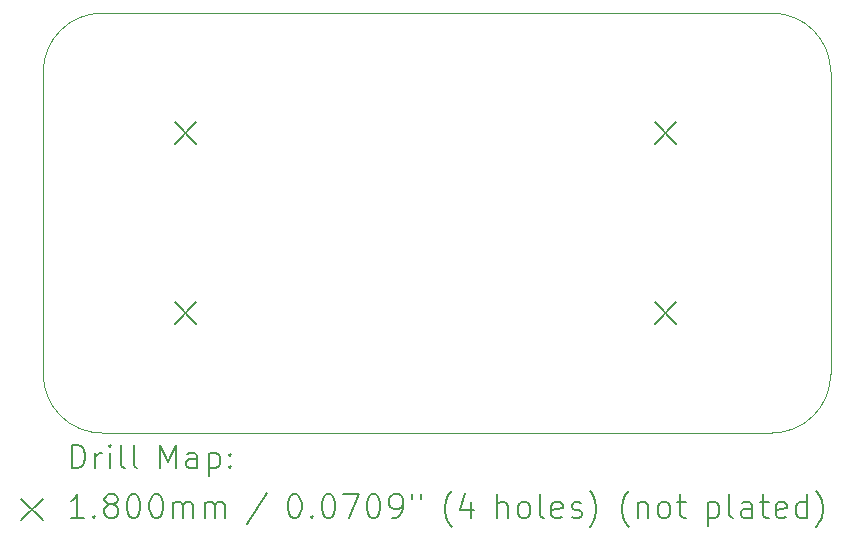
<source format=gbr>
%TF.GenerationSoftware,KiCad,Pcbnew,(7.0.0)*%
%TF.CreationDate,2023-03-08T01:22:31+01:00*%
%TF.ProjectId,booth fendi,626f6f74-6820-4666-956e-64692e6b6963,rev?*%
%TF.SameCoordinates,Original*%
%TF.FileFunction,Drillmap*%
%TF.FilePolarity,Positive*%
%FSLAX45Y45*%
G04 Gerber Fmt 4.5, Leading zero omitted, Abs format (unit mm)*
G04 Created by KiCad (PCBNEW (7.0.0)) date 2023-03-08 01:22:31*
%MOMM*%
%LPD*%
G01*
G04 APERTURE LIST*
%ADD10C,0.100000*%
%ADD11C,0.200000*%
%ADD12C,0.180000*%
G04 APERTURE END LIST*
D10*
X12374500Y-7112000D02*
G75*
G03*
X11874500Y-7612000I0J-500000D01*
G01*
X18542000Y-7612000D02*
X18542000Y-10168000D01*
X18542000Y-7612000D02*
G75*
G03*
X18042000Y-7112000I-500000J0D01*
G01*
X12374500Y-7112000D02*
X18042000Y-7112000D01*
X11874500Y-10168000D02*
G75*
G03*
X12374500Y-10668000I500000J0D01*
G01*
X18042000Y-10668000D02*
X12374500Y-10668000D01*
X18042000Y-10668000D02*
G75*
G03*
X18542000Y-10168000I0J500000D01*
G01*
X11874500Y-10168000D02*
X11874500Y-7612000D01*
D11*
D12*
X12991000Y-8038000D02*
X13171000Y-8218000D01*
X13171000Y-8038000D02*
X12991000Y-8218000D01*
X12991000Y-9562000D02*
X13171000Y-9742000D01*
X13171000Y-9562000D02*
X12991000Y-9742000D01*
X17055000Y-8038000D02*
X17235000Y-8218000D01*
X17235000Y-8038000D02*
X17055000Y-8218000D01*
X17055000Y-9562000D02*
X17235000Y-9742000D01*
X17235000Y-9562000D02*
X17055000Y-9742000D01*
D11*
X12117119Y-10966476D02*
X12117119Y-10766476D01*
X12117119Y-10766476D02*
X12164738Y-10766476D01*
X12164738Y-10766476D02*
X12193309Y-10776000D01*
X12193309Y-10776000D02*
X12212357Y-10795048D01*
X12212357Y-10795048D02*
X12221881Y-10814095D01*
X12221881Y-10814095D02*
X12231405Y-10852190D01*
X12231405Y-10852190D02*
X12231405Y-10880762D01*
X12231405Y-10880762D02*
X12221881Y-10918857D01*
X12221881Y-10918857D02*
X12212357Y-10937905D01*
X12212357Y-10937905D02*
X12193309Y-10956952D01*
X12193309Y-10956952D02*
X12164738Y-10966476D01*
X12164738Y-10966476D02*
X12117119Y-10966476D01*
X12317119Y-10966476D02*
X12317119Y-10833143D01*
X12317119Y-10871238D02*
X12326643Y-10852190D01*
X12326643Y-10852190D02*
X12336167Y-10842667D01*
X12336167Y-10842667D02*
X12355214Y-10833143D01*
X12355214Y-10833143D02*
X12374262Y-10833143D01*
X12440928Y-10966476D02*
X12440928Y-10833143D01*
X12440928Y-10766476D02*
X12431405Y-10776000D01*
X12431405Y-10776000D02*
X12440928Y-10785524D01*
X12440928Y-10785524D02*
X12450452Y-10776000D01*
X12450452Y-10776000D02*
X12440928Y-10766476D01*
X12440928Y-10766476D02*
X12440928Y-10785524D01*
X12564738Y-10966476D02*
X12545690Y-10956952D01*
X12545690Y-10956952D02*
X12536167Y-10937905D01*
X12536167Y-10937905D02*
X12536167Y-10766476D01*
X12669500Y-10966476D02*
X12650452Y-10956952D01*
X12650452Y-10956952D02*
X12640928Y-10937905D01*
X12640928Y-10937905D02*
X12640928Y-10766476D01*
X12865690Y-10966476D02*
X12865690Y-10766476D01*
X12865690Y-10766476D02*
X12932357Y-10909333D01*
X12932357Y-10909333D02*
X12999024Y-10766476D01*
X12999024Y-10766476D02*
X12999024Y-10966476D01*
X13179976Y-10966476D02*
X13179976Y-10861714D01*
X13179976Y-10861714D02*
X13170452Y-10842667D01*
X13170452Y-10842667D02*
X13151405Y-10833143D01*
X13151405Y-10833143D02*
X13113309Y-10833143D01*
X13113309Y-10833143D02*
X13094262Y-10842667D01*
X13179976Y-10956952D02*
X13160928Y-10966476D01*
X13160928Y-10966476D02*
X13113309Y-10966476D01*
X13113309Y-10966476D02*
X13094262Y-10956952D01*
X13094262Y-10956952D02*
X13084738Y-10937905D01*
X13084738Y-10937905D02*
X13084738Y-10918857D01*
X13084738Y-10918857D02*
X13094262Y-10899810D01*
X13094262Y-10899810D02*
X13113309Y-10890286D01*
X13113309Y-10890286D02*
X13160928Y-10890286D01*
X13160928Y-10890286D02*
X13179976Y-10880762D01*
X13275214Y-10833143D02*
X13275214Y-11033143D01*
X13275214Y-10842667D02*
X13294262Y-10833143D01*
X13294262Y-10833143D02*
X13332357Y-10833143D01*
X13332357Y-10833143D02*
X13351405Y-10842667D01*
X13351405Y-10842667D02*
X13360928Y-10852190D01*
X13360928Y-10852190D02*
X13370452Y-10871238D01*
X13370452Y-10871238D02*
X13370452Y-10928381D01*
X13370452Y-10928381D02*
X13360928Y-10947429D01*
X13360928Y-10947429D02*
X13351405Y-10956952D01*
X13351405Y-10956952D02*
X13332357Y-10966476D01*
X13332357Y-10966476D02*
X13294262Y-10966476D01*
X13294262Y-10966476D02*
X13275214Y-10956952D01*
X13456167Y-10947429D02*
X13465690Y-10956952D01*
X13465690Y-10956952D02*
X13456167Y-10966476D01*
X13456167Y-10966476D02*
X13446643Y-10956952D01*
X13446643Y-10956952D02*
X13456167Y-10947429D01*
X13456167Y-10947429D02*
X13456167Y-10966476D01*
X13456167Y-10842667D02*
X13465690Y-10852190D01*
X13465690Y-10852190D02*
X13456167Y-10861714D01*
X13456167Y-10861714D02*
X13446643Y-10852190D01*
X13446643Y-10852190D02*
X13456167Y-10842667D01*
X13456167Y-10842667D02*
X13456167Y-10861714D01*
D12*
X11689500Y-11223000D02*
X11869500Y-11403000D01*
X11869500Y-11223000D02*
X11689500Y-11403000D01*
D11*
X12221881Y-11386476D02*
X12107595Y-11386476D01*
X12164738Y-11386476D02*
X12164738Y-11186476D01*
X12164738Y-11186476D02*
X12145690Y-11215048D01*
X12145690Y-11215048D02*
X12126643Y-11234095D01*
X12126643Y-11234095D02*
X12107595Y-11243619D01*
X12307595Y-11367428D02*
X12317119Y-11376952D01*
X12317119Y-11376952D02*
X12307595Y-11386476D01*
X12307595Y-11386476D02*
X12298071Y-11376952D01*
X12298071Y-11376952D02*
X12307595Y-11367428D01*
X12307595Y-11367428D02*
X12307595Y-11386476D01*
X12431405Y-11272190D02*
X12412357Y-11262667D01*
X12412357Y-11262667D02*
X12402833Y-11253143D01*
X12402833Y-11253143D02*
X12393309Y-11234095D01*
X12393309Y-11234095D02*
X12393309Y-11224571D01*
X12393309Y-11224571D02*
X12402833Y-11205524D01*
X12402833Y-11205524D02*
X12412357Y-11196000D01*
X12412357Y-11196000D02*
X12431405Y-11186476D01*
X12431405Y-11186476D02*
X12469500Y-11186476D01*
X12469500Y-11186476D02*
X12488548Y-11196000D01*
X12488548Y-11196000D02*
X12498071Y-11205524D01*
X12498071Y-11205524D02*
X12507595Y-11224571D01*
X12507595Y-11224571D02*
X12507595Y-11234095D01*
X12507595Y-11234095D02*
X12498071Y-11253143D01*
X12498071Y-11253143D02*
X12488548Y-11262667D01*
X12488548Y-11262667D02*
X12469500Y-11272190D01*
X12469500Y-11272190D02*
X12431405Y-11272190D01*
X12431405Y-11272190D02*
X12412357Y-11281714D01*
X12412357Y-11281714D02*
X12402833Y-11291238D01*
X12402833Y-11291238D02*
X12393309Y-11310286D01*
X12393309Y-11310286D02*
X12393309Y-11348381D01*
X12393309Y-11348381D02*
X12402833Y-11367428D01*
X12402833Y-11367428D02*
X12412357Y-11376952D01*
X12412357Y-11376952D02*
X12431405Y-11386476D01*
X12431405Y-11386476D02*
X12469500Y-11386476D01*
X12469500Y-11386476D02*
X12488548Y-11376952D01*
X12488548Y-11376952D02*
X12498071Y-11367428D01*
X12498071Y-11367428D02*
X12507595Y-11348381D01*
X12507595Y-11348381D02*
X12507595Y-11310286D01*
X12507595Y-11310286D02*
X12498071Y-11291238D01*
X12498071Y-11291238D02*
X12488548Y-11281714D01*
X12488548Y-11281714D02*
X12469500Y-11272190D01*
X12631405Y-11186476D02*
X12650452Y-11186476D01*
X12650452Y-11186476D02*
X12669500Y-11196000D01*
X12669500Y-11196000D02*
X12679024Y-11205524D01*
X12679024Y-11205524D02*
X12688548Y-11224571D01*
X12688548Y-11224571D02*
X12698071Y-11262667D01*
X12698071Y-11262667D02*
X12698071Y-11310286D01*
X12698071Y-11310286D02*
X12688548Y-11348381D01*
X12688548Y-11348381D02*
X12679024Y-11367428D01*
X12679024Y-11367428D02*
X12669500Y-11376952D01*
X12669500Y-11376952D02*
X12650452Y-11386476D01*
X12650452Y-11386476D02*
X12631405Y-11386476D01*
X12631405Y-11386476D02*
X12612357Y-11376952D01*
X12612357Y-11376952D02*
X12602833Y-11367428D01*
X12602833Y-11367428D02*
X12593309Y-11348381D01*
X12593309Y-11348381D02*
X12583786Y-11310286D01*
X12583786Y-11310286D02*
X12583786Y-11262667D01*
X12583786Y-11262667D02*
X12593309Y-11224571D01*
X12593309Y-11224571D02*
X12602833Y-11205524D01*
X12602833Y-11205524D02*
X12612357Y-11196000D01*
X12612357Y-11196000D02*
X12631405Y-11186476D01*
X12821881Y-11186476D02*
X12840929Y-11186476D01*
X12840929Y-11186476D02*
X12859976Y-11196000D01*
X12859976Y-11196000D02*
X12869500Y-11205524D01*
X12869500Y-11205524D02*
X12879024Y-11224571D01*
X12879024Y-11224571D02*
X12888548Y-11262667D01*
X12888548Y-11262667D02*
X12888548Y-11310286D01*
X12888548Y-11310286D02*
X12879024Y-11348381D01*
X12879024Y-11348381D02*
X12869500Y-11367428D01*
X12869500Y-11367428D02*
X12859976Y-11376952D01*
X12859976Y-11376952D02*
X12840929Y-11386476D01*
X12840929Y-11386476D02*
X12821881Y-11386476D01*
X12821881Y-11386476D02*
X12802833Y-11376952D01*
X12802833Y-11376952D02*
X12793309Y-11367428D01*
X12793309Y-11367428D02*
X12783786Y-11348381D01*
X12783786Y-11348381D02*
X12774262Y-11310286D01*
X12774262Y-11310286D02*
X12774262Y-11262667D01*
X12774262Y-11262667D02*
X12783786Y-11224571D01*
X12783786Y-11224571D02*
X12793309Y-11205524D01*
X12793309Y-11205524D02*
X12802833Y-11196000D01*
X12802833Y-11196000D02*
X12821881Y-11186476D01*
X12974262Y-11386476D02*
X12974262Y-11253143D01*
X12974262Y-11272190D02*
X12983786Y-11262667D01*
X12983786Y-11262667D02*
X13002833Y-11253143D01*
X13002833Y-11253143D02*
X13031405Y-11253143D01*
X13031405Y-11253143D02*
X13050452Y-11262667D01*
X13050452Y-11262667D02*
X13059976Y-11281714D01*
X13059976Y-11281714D02*
X13059976Y-11386476D01*
X13059976Y-11281714D02*
X13069500Y-11262667D01*
X13069500Y-11262667D02*
X13088548Y-11253143D01*
X13088548Y-11253143D02*
X13117119Y-11253143D01*
X13117119Y-11253143D02*
X13136167Y-11262667D01*
X13136167Y-11262667D02*
X13145690Y-11281714D01*
X13145690Y-11281714D02*
X13145690Y-11386476D01*
X13240929Y-11386476D02*
X13240929Y-11253143D01*
X13240929Y-11272190D02*
X13250452Y-11262667D01*
X13250452Y-11262667D02*
X13269500Y-11253143D01*
X13269500Y-11253143D02*
X13298071Y-11253143D01*
X13298071Y-11253143D02*
X13317119Y-11262667D01*
X13317119Y-11262667D02*
X13326643Y-11281714D01*
X13326643Y-11281714D02*
X13326643Y-11386476D01*
X13326643Y-11281714D02*
X13336167Y-11262667D01*
X13336167Y-11262667D02*
X13355214Y-11253143D01*
X13355214Y-11253143D02*
X13383786Y-11253143D01*
X13383786Y-11253143D02*
X13402833Y-11262667D01*
X13402833Y-11262667D02*
X13412357Y-11281714D01*
X13412357Y-11281714D02*
X13412357Y-11386476D01*
X13770452Y-11176952D02*
X13599024Y-11434095D01*
X13995214Y-11186476D02*
X14014262Y-11186476D01*
X14014262Y-11186476D02*
X14033310Y-11196000D01*
X14033310Y-11196000D02*
X14042833Y-11205524D01*
X14042833Y-11205524D02*
X14052357Y-11224571D01*
X14052357Y-11224571D02*
X14061881Y-11262667D01*
X14061881Y-11262667D02*
X14061881Y-11310286D01*
X14061881Y-11310286D02*
X14052357Y-11348381D01*
X14052357Y-11348381D02*
X14042833Y-11367428D01*
X14042833Y-11367428D02*
X14033310Y-11376952D01*
X14033310Y-11376952D02*
X14014262Y-11386476D01*
X14014262Y-11386476D02*
X13995214Y-11386476D01*
X13995214Y-11386476D02*
X13976167Y-11376952D01*
X13976167Y-11376952D02*
X13966643Y-11367428D01*
X13966643Y-11367428D02*
X13957119Y-11348381D01*
X13957119Y-11348381D02*
X13947595Y-11310286D01*
X13947595Y-11310286D02*
X13947595Y-11262667D01*
X13947595Y-11262667D02*
X13957119Y-11224571D01*
X13957119Y-11224571D02*
X13966643Y-11205524D01*
X13966643Y-11205524D02*
X13976167Y-11196000D01*
X13976167Y-11196000D02*
X13995214Y-11186476D01*
X14147595Y-11367428D02*
X14157119Y-11376952D01*
X14157119Y-11376952D02*
X14147595Y-11386476D01*
X14147595Y-11386476D02*
X14138071Y-11376952D01*
X14138071Y-11376952D02*
X14147595Y-11367428D01*
X14147595Y-11367428D02*
X14147595Y-11386476D01*
X14280929Y-11186476D02*
X14299976Y-11186476D01*
X14299976Y-11186476D02*
X14319024Y-11196000D01*
X14319024Y-11196000D02*
X14328548Y-11205524D01*
X14328548Y-11205524D02*
X14338071Y-11224571D01*
X14338071Y-11224571D02*
X14347595Y-11262667D01*
X14347595Y-11262667D02*
X14347595Y-11310286D01*
X14347595Y-11310286D02*
X14338071Y-11348381D01*
X14338071Y-11348381D02*
X14328548Y-11367428D01*
X14328548Y-11367428D02*
X14319024Y-11376952D01*
X14319024Y-11376952D02*
X14299976Y-11386476D01*
X14299976Y-11386476D02*
X14280929Y-11386476D01*
X14280929Y-11386476D02*
X14261881Y-11376952D01*
X14261881Y-11376952D02*
X14252357Y-11367428D01*
X14252357Y-11367428D02*
X14242833Y-11348381D01*
X14242833Y-11348381D02*
X14233310Y-11310286D01*
X14233310Y-11310286D02*
X14233310Y-11262667D01*
X14233310Y-11262667D02*
X14242833Y-11224571D01*
X14242833Y-11224571D02*
X14252357Y-11205524D01*
X14252357Y-11205524D02*
X14261881Y-11196000D01*
X14261881Y-11196000D02*
X14280929Y-11186476D01*
X14414262Y-11186476D02*
X14547595Y-11186476D01*
X14547595Y-11186476D02*
X14461881Y-11386476D01*
X14661881Y-11186476D02*
X14680929Y-11186476D01*
X14680929Y-11186476D02*
X14699976Y-11196000D01*
X14699976Y-11196000D02*
X14709500Y-11205524D01*
X14709500Y-11205524D02*
X14719024Y-11224571D01*
X14719024Y-11224571D02*
X14728548Y-11262667D01*
X14728548Y-11262667D02*
X14728548Y-11310286D01*
X14728548Y-11310286D02*
X14719024Y-11348381D01*
X14719024Y-11348381D02*
X14709500Y-11367428D01*
X14709500Y-11367428D02*
X14699976Y-11376952D01*
X14699976Y-11376952D02*
X14680929Y-11386476D01*
X14680929Y-11386476D02*
X14661881Y-11386476D01*
X14661881Y-11386476D02*
X14642833Y-11376952D01*
X14642833Y-11376952D02*
X14633310Y-11367428D01*
X14633310Y-11367428D02*
X14623786Y-11348381D01*
X14623786Y-11348381D02*
X14614262Y-11310286D01*
X14614262Y-11310286D02*
X14614262Y-11262667D01*
X14614262Y-11262667D02*
X14623786Y-11224571D01*
X14623786Y-11224571D02*
X14633310Y-11205524D01*
X14633310Y-11205524D02*
X14642833Y-11196000D01*
X14642833Y-11196000D02*
X14661881Y-11186476D01*
X14823786Y-11386476D02*
X14861881Y-11386476D01*
X14861881Y-11386476D02*
X14880929Y-11376952D01*
X14880929Y-11376952D02*
X14890452Y-11367428D01*
X14890452Y-11367428D02*
X14909500Y-11338857D01*
X14909500Y-11338857D02*
X14919024Y-11300762D01*
X14919024Y-11300762D02*
X14919024Y-11224571D01*
X14919024Y-11224571D02*
X14909500Y-11205524D01*
X14909500Y-11205524D02*
X14899976Y-11196000D01*
X14899976Y-11196000D02*
X14880929Y-11186476D01*
X14880929Y-11186476D02*
X14842833Y-11186476D01*
X14842833Y-11186476D02*
X14823786Y-11196000D01*
X14823786Y-11196000D02*
X14814262Y-11205524D01*
X14814262Y-11205524D02*
X14804738Y-11224571D01*
X14804738Y-11224571D02*
X14804738Y-11272190D01*
X14804738Y-11272190D02*
X14814262Y-11291238D01*
X14814262Y-11291238D02*
X14823786Y-11300762D01*
X14823786Y-11300762D02*
X14842833Y-11310286D01*
X14842833Y-11310286D02*
X14880929Y-11310286D01*
X14880929Y-11310286D02*
X14899976Y-11300762D01*
X14899976Y-11300762D02*
X14909500Y-11291238D01*
X14909500Y-11291238D02*
X14919024Y-11272190D01*
X14995214Y-11186476D02*
X14995214Y-11224571D01*
X15071405Y-11186476D02*
X15071405Y-11224571D01*
X15334262Y-11462667D02*
X15324738Y-11453143D01*
X15324738Y-11453143D02*
X15305691Y-11424571D01*
X15305691Y-11424571D02*
X15296167Y-11405524D01*
X15296167Y-11405524D02*
X15286643Y-11376952D01*
X15286643Y-11376952D02*
X15277119Y-11329333D01*
X15277119Y-11329333D02*
X15277119Y-11291238D01*
X15277119Y-11291238D02*
X15286643Y-11243619D01*
X15286643Y-11243619D02*
X15296167Y-11215048D01*
X15296167Y-11215048D02*
X15305691Y-11196000D01*
X15305691Y-11196000D02*
X15324738Y-11167429D01*
X15324738Y-11167429D02*
X15334262Y-11157905D01*
X15496167Y-11253143D02*
X15496167Y-11386476D01*
X15448548Y-11176952D02*
X15400929Y-11319809D01*
X15400929Y-11319809D02*
X15524738Y-11319809D01*
X15720929Y-11386476D02*
X15720929Y-11186476D01*
X15806643Y-11386476D02*
X15806643Y-11281714D01*
X15806643Y-11281714D02*
X15797119Y-11262667D01*
X15797119Y-11262667D02*
X15778072Y-11253143D01*
X15778072Y-11253143D02*
X15749500Y-11253143D01*
X15749500Y-11253143D02*
X15730452Y-11262667D01*
X15730452Y-11262667D02*
X15720929Y-11272190D01*
X15930452Y-11386476D02*
X15911405Y-11376952D01*
X15911405Y-11376952D02*
X15901881Y-11367428D01*
X15901881Y-11367428D02*
X15892357Y-11348381D01*
X15892357Y-11348381D02*
X15892357Y-11291238D01*
X15892357Y-11291238D02*
X15901881Y-11272190D01*
X15901881Y-11272190D02*
X15911405Y-11262667D01*
X15911405Y-11262667D02*
X15930452Y-11253143D01*
X15930452Y-11253143D02*
X15959024Y-11253143D01*
X15959024Y-11253143D02*
X15978072Y-11262667D01*
X15978072Y-11262667D02*
X15987595Y-11272190D01*
X15987595Y-11272190D02*
X15997119Y-11291238D01*
X15997119Y-11291238D02*
X15997119Y-11348381D01*
X15997119Y-11348381D02*
X15987595Y-11367428D01*
X15987595Y-11367428D02*
X15978072Y-11376952D01*
X15978072Y-11376952D02*
X15959024Y-11386476D01*
X15959024Y-11386476D02*
X15930452Y-11386476D01*
X16111405Y-11386476D02*
X16092357Y-11376952D01*
X16092357Y-11376952D02*
X16082833Y-11357905D01*
X16082833Y-11357905D02*
X16082833Y-11186476D01*
X16263786Y-11376952D02*
X16244738Y-11386476D01*
X16244738Y-11386476D02*
X16206643Y-11386476D01*
X16206643Y-11386476D02*
X16187595Y-11376952D01*
X16187595Y-11376952D02*
X16178072Y-11357905D01*
X16178072Y-11357905D02*
X16178072Y-11281714D01*
X16178072Y-11281714D02*
X16187595Y-11262667D01*
X16187595Y-11262667D02*
X16206643Y-11253143D01*
X16206643Y-11253143D02*
X16244738Y-11253143D01*
X16244738Y-11253143D02*
X16263786Y-11262667D01*
X16263786Y-11262667D02*
X16273310Y-11281714D01*
X16273310Y-11281714D02*
X16273310Y-11300762D01*
X16273310Y-11300762D02*
X16178072Y-11319809D01*
X16349500Y-11376952D02*
X16368548Y-11386476D01*
X16368548Y-11386476D02*
X16406643Y-11386476D01*
X16406643Y-11386476D02*
X16425691Y-11376952D01*
X16425691Y-11376952D02*
X16435214Y-11357905D01*
X16435214Y-11357905D02*
X16435214Y-11348381D01*
X16435214Y-11348381D02*
X16425691Y-11329333D01*
X16425691Y-11329333D02*
X16406643Y-11319809D01*
X16406643Y-11319809D02*
X16378072Y-11319809D01*
X16378072Y-11319809D02*
X16359024Y-11310286D01*
X16359024Y-11310286D02*
X16349500Y-11291238D01*
X16349500Y-11291238D02*
X16349500Y-11281714D01*
X16349500Y-11281714D02*
X16359024Y-11262667D01*
X16359024Y-11262667D02*
X16378072Y-11253143D01*
X16378072Y-11253143D02*
X16406643Y-11253143D01*
X16406643Y-11253143D02*
X16425691Y-11262667D01*
X16501881Y-11462667D02*
X16511405Y-11453143D01*
X16511405Y-11453143D02*
X16530453Y-11424571D01*
X16530453Y-11424571D02*
X16539976Y-11405524D01*
X16539976Y-11405524D02*
X16549500Y-11376952D01*
X16549500Y-11376952D02*
X16559024Y-11329333D01*
X16559024Y-11329333D02*
X16559024Y-11291238D01*
X16559024Y-11291238D02*
X16549500Y-11243619D01*
X16549500Y-11243619D02*
X16539976Y-11215048D01*
X16539976Y-11215048D02*
X16530453Y-11196000D01*
X16530453Y-11196000D02*
X16511405Y-11167429D01*
X16511405Y-11167429D02*
X16501881Y-11157905D01*
X16831405Y-11462667D02*
X16821881Y-11453143D01*
X16821881Y-11453143D02*
X16802834Y-11424571D01*
X16802834Y-11424571D02*
X16793310Y-11405524D01*
X16793310Y-11405524D02*
X16783786Y-11376952D01*
X16783786Y-11376952D02*
X16774262Y-11329333D01*
X16774262Y-11329333D02*
X16774262Y-11291238D01*
X16774262Y-11291238D02*
X16783786Y-11243619D01*
X16783786Y-11243619D02*
X16793310Y-11215048D01*
X16793310Y-11215048D02*
X16802834Y-11196000D01*
X16802834Y-11196000D02*
X16821881Y-11167429D01*
X16821881Y-11167429D02*
X16831405Y-11157905D01*
X16907595Y-11253143D02*
X16907595Y-11386476D01*
X16907595Y-11272190D02*
X16917119Y-11262667D01*
X16917119Y-11262667D02*
X16936167Y-11253143D01*
X16936167Y-11253143D02*
X16964738Y-11253143D01*
X16964738Y-11253143D02*
X16983786Y-11262667D01*
X16983786Y-11262667D02*
X16993310Y-11281714D01*
X16993310Y-11281714D02*
X16993310Y-11386476D01*
X17117119Y-11386476D02*
X17098072Y-11376952D01*
X17098072Y-11376952D02*
X17088548Y-11367428D01*
X17088548Y-11367428D02*
X17079024Y-11348381D01*
X17079024Y-11348381D02*
X17079024Y-11291238D01*
X17079024Y-11291238D02*
X17088548Y-11272190D01*
X17088548Y-11272190D02*
X17098072Y-11262667D01*
X17098072Y-11262667D02*
X17117119Y-11253143D01*
X17117119Y-11253143D02*
X17145691Y-11253143D01*
X17145691Y-11253143D02*
X17164738Y-11262667D01*
X17164738Y-11262667D02*
X17174262Y-11272190D01*
X17174262Y-11272190D02*
X17183786Y-11291238D01*
X17183786Y-11291238D02*
X17183786Y-11348381D01*
X17183786Y-11348381D02*
X17174262Y-11367428D01*
X17174262Y-11367428D02*
X17164738Y-11376952D01*
X17164738Y-11376952D02*
X17145691Y-11386476D01*
X17145691Y-11386476D02*
X17117119Y-11386476D01*
X17240929Y-11253143D02*
X17317119Y-11253143D01*
X17269500Y-11186476D02*
X17269500Y-11357905D01*
X17269500Y-11357905D02*
X17279024Y-11376952D01*
X17279024Y-11376952D02*
X17298072Y-11386476D01*
X17298072Y-11386476D02*
X17317119Y-11386476D01*
X17503786Y-11253143D02*
X17503786Y-11453143D01*
X17503786Y-11262667D02*
X17522834Y-11253143D01*
X17522834Y-11253143D02*
X17560929Y-11253143D01*
X17560929Y-11253143D02*
X17579976Y-11262667D01*
X17579976Y-11262667D02*
X17589500Y-11272190D01*
X17589500Y-11272190D02*
X17599024Y-11291238D01*
X17599024Y-11291238D02*
X17599024Y-11348381D01*
X17599024Y-11348381D02*
X17589500Y-11367428D01*
X17589500Y-11367428D02*
X17579976Y-11376952D01*
X17579976Y-11376952D02*
X17560929Y-11386476D01*
X17560929Y-11386476D02*
X17522834Y-11386476D01*
X17522834Y-11386476D02*
X17503786Y-11376952D01*
X17713310Y-11386476D02*
X17694262Y-11376952D01*
X17694262Y-11376952D02*
X17684738Y-11357905D01*
X17684738Y-11357905D02*
X17684738Y-11186476D01*
X17875215Y-11386476D02*
X17875215Y-11281714D01*
X17875215Y-11281714D02*
X17865691Y-11262667D01*
X17865691Y-11262667D02*
X17846643Y-11253143D01*
X17846643Y-11253143D02*
X17808548Y-11253143D01*
X17808548Y-11253143D02*
X17789500Y-11262667D01*
X17875215Y-11376952D02*
X17856167Y-11386476D01*
X17856167Y-11386476D02*
X17808548Y-11386476D01*
X17808548Y-11386476D02*
X17789500Y-11376952D01*
X17789500Y-11376952D02*
X17779976Y-11357905D01*
X17779976Y-11357905D02*
X17779976Y-11338857D01*
X17779976Y-11338857D02*
X17789500Y-11319809D01*
X17789500Y-11319809D02*
X17808548Y-11310286D01*
X17808548Y-11310286D02*
X17856167Y-11310286D01*
X17856167Y-11310286D02*
X17875215Y-11300762D01*
X17941881Y-11253143D02*
X18018072Y-11253143D01*
X17970453Y-11186476D02*
X17970453Y-11357905D01*
X17970453Y-11357905D02*
X17979976Y-11376952D01*
X17979976Y-11376952D02*
X17999024Y-11386476D01*
X17999024Y-11386476D02*
X18018072Y-11386476D01*
X18160929Y-11376952D02*
X18141881Y-11386476D01*
X18141881Y-11386476D02*
X18103786Y-11386476D01*
X18103786Y-11386476D02*
X18084738Y-11376952D01*
X18084738Y-11376952D02*
X18075215Y-11357905D01*
X18075215Y-11357905D02*
X18075215Y-11281714D01*
X18075215Y-11281714D02*
X18084738Y-11262667D01*
X18084738Y-11262667D02*
X18103786Y-11253143D01*
X18103786Y-11253143D02*
X18141881Y-11253143D01*
X18141881Y-11253143D02*
X18160929Y-11262667D01*
X18160929Y-11262667D02*
X18170453Y-11281714D01*
X18170453Y-11281714D02*
X18170453Y-11300762D01*
X18170453Y-11300762D02*
X18075215Y-11319809D01*
X18341881Y-11386476D02*
X18341881Y-11186476D01*
X18341881Y-11376952D02*
X18322834Y-11386476D01*
X18322834Y-11386476D02*
X18284738Y-11386476D01*
X18284738Y-11386476D02*
X18265691Y-11376952D01*
X18265691Y-11376952D02*
X18256167Y-11367428D01*
X18256167Y-11367428D02*
X18246643Y-11348381D01*
X18246643Y-11348381D02*
X18246643Y-11291238D01*
X18246643Y-11291238D02*
X18256167Y-11272190D01*
X18256167Y-11272190D02*
X18265691Y-11262667D01*
X18265691Y-11262667D02*
X18284738Y-11253143D01*
X18284738Y-11253143D02*
X18322834Y-11253143D01*
X18322834Y-11253143D02*
X18341881Y-11262667D01*
X18418072Y-11462667D02*
X18427596Y-11453143D01*
X18427596Y-11453143D02*
X18446643Y-11424571D01*
X18446643Y-11424571D02*
X18456167Y-11405524D01*
X18456167Y-11405524D02*
X18465691Y-11376952D01*
X18465691Y-11376952D02*
X18475215Y-11329333D01*
X18475215Y-11329333D02*
X18475215Y-11291238D01*
X18475215Y-11291238D02*
X18465691Y-11243619D01*
X18465691Y-11243619D02*
X18456167Y-11215048D01*
X18456167Y-11215048D02*
X18446643Y-11196000D01*
X18446643Y-11196000D02*
X18427596Y-11167429D01*
X18427596Y-11167429D02*
X18418072Y-11157905D01*
M02*

</source>
